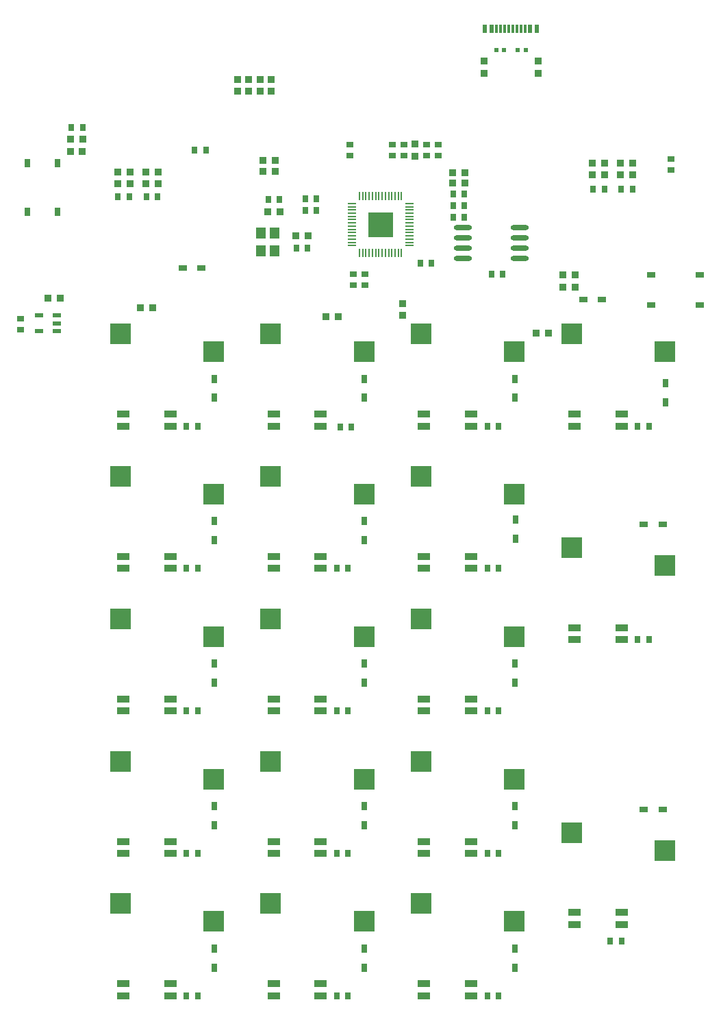
<source format=gbp>
G04 #@! TF.GenerationSoftware,KiCad,Pcbnew,8.0.7*
G04 #@! TF.CreationDate,2025-01-13T19:24:39-05:00*
G04 #@! TF.ProjectId,numpad,6e756d70-6164-42e6-9b69-6361645f7063,rev?*
G04 #@! TF.SameCoordinates,Original*
G04 #@! TF.FileFunction,Paste,Bot*
G04 #@! TF.FilePolarity,Positive*
%FSLAX46Y46*%
G04 Gerber Fmt 4.6, Leading zero omitted, Abs format (unit mm)*
G04 Created by KiCad (PCBNEW 8.0.7) date 2025-01-13 19:24:39*
%MOMM*%
%LPD*%
G01*
G04 APERTURE LIST*
%ADD10R,2.600000X2.600000*%
%ADD11R,0.860000X0.810000*%
%ADD12R,0.810000X0.860000*%
%ADD13R,1.000000X0.750000*%
%ADD14R,0.800000X0.900000*%
%ADD15R,1.500000X0.820000*%
%ADD16O,2.250000X0.630000*%
%ADD17R,0.750000X1.000000*%
%ADD18R,0.600000X0.600000*%
%ADD19R,0.550000X1.100000*%
%ADD20R,0.300000X1.100000*%
%ADD21R,0.900000X0.800000*%
%ADD22R,0.200000X1.100000*%
%ADD23R,1.100000X0.200000*%
%ADD24R,3.100000X3.100000*%
%ADD25R,1.200000X1.400000*%
%ADD26R,1.000000X0.600000*%
G04 APERTURE END LIST*
D10*
X96125000Y-76700000D03*
X107675000Y-78900000D03*
X114725000Y-76700000D03*
X126275000Y-78900000D03*
X58925000Y-76700000D03*
X70475000Y-78900000D03*
X77525000Y-147100000D03*
X89075000Y-149300000D03*
X96125000Y-94300000D03*
X107675000Y-96500000D03*
X114725000Y-138300000D03*
X126275000Y-140500000D03*
X77525000Y-111900000D03*
X89075000Y-114100000D03*
X77525000Y-76700000D03*
X89075000Y-78900000D03*
X114725000Y-103100000D03*
X126275000Y-105300000D03*
X96125000Y-147100000D03*
X107675000Y-149300000D03*
X58925000Y-129500000D03*
X70475000Y-131700000D03*
X96125000Y-111900000D03*
X107675000Y-114100000D03*
X77525000Y-94300000D03*
X89075000Y-96500000D03*
X96125000Y-129500000D03*
X107675000Y-131700000D03*
X77525000Y-129500000D03*
X89075000Y-131700000D03*
X58925000Y-147100000D03*
X70475000Y-149300000D03*
X58925000Y-111900000D03*
X70475000Y-114100000D03*
X58925000Y-94300000D03*
X70475000Y-96500000D03*
D11*
X76200000Y-45250000D03*
X76200000Y-46750000D03*
D12*
X117300000Y-57100000D03*
X118800000Y-57100000D03*
D11*
X74800000Y-46750000D03*
X74800000Y-45250000D03*
D13*
X123680000Y-135500000D03*
X126020000Y-135500000D03*
D14*
X67095000Y-123299000D03*
X68495000Y-123299000D03*
X85695000Y-123299000D03*
X87095000Y-123299000D03*
D15*
X102300000Y-123300000D03*
X102300000Y-121800000D03*
X96500000Y-121800000D03*
X96500000Y-123300000D03*
D12*
X62100000Y-56700000D03*
X63600000Y-56700000D03*
D15*
X83700000Y-88100000D03*
X83700000Y-86600000D03*
X77900000Y-86600000D03*
X77900000Y-88100000D03*
D14*
X52895000Y-51199000D03*
X54295000Y-51199000D03*
D16*
X101270000Y-67410000D03*
X101270000Y-66130000D03*
X101270000Y-64870000D03*
X101270000Y-63600000D03*
X108330000Y-63600000D03*
X108330000Y-64870000D03*
X108330000Y-66130000D03*
X108330000Y-67410000D03*
D17*
X107725000Y-154989000D03*
X107725000Y-152649000D03*
D15*
X102300000Y-140900000D03*
X102300000Y-139400000D03*
X96500000Y-139400000D03*
X96500000Y-140900000D03*
D12*
X82150000Y-64600000D03*
X80650000Y-64600000D03*
D11*
X93800000Y-72950000D03*
X93800000Y-74450000D03*
D12*
X120800000Y-55600000D03*
X122300000Y-55600000D03*
D14*
X104295000Y-140899000D03*
X105695000Y-140899000D03*
X122895000Y-88099000D03*
X124295000Y-88099000D03*
D18*
X105395000Y-41649000D03*
X106395000Y-41649000D03*
D14*
X104295000Y-158499000D03*
X105695000Y-158499000D03*
X85695000Y-140899000D03*
X87095000Y-140899000D03*
D15*
X65100000Y-158500000D03*
X65100000Y-157000000D03*
X59300000Y-157000000D03*
X59300000Y-158500000D03*
D19*
X104025000Y-38999000D03*
X104825000Y-38999000D03*
D20*
X105475000Y-38999000D03*
X105975000Y-38999000D03*
X106475000Y-38999000D03*
X106975000Y-38999000D03*
X107475000Y-38999000D03*
X107975000Y-38999000D03*
X108475000Y-38999000D03*
X108975000Y-38999000D03*
D19*
X109625000Y-38999000D03*
X110425000Y-38999000D03*
D13*
X116160000Y-72500000D03*
X118500000Y-72500000D03*
D14*
X78600000Y-60100000D03*
X77200000Y-60100000D03*
D21*
X89200000Y-69300000D03*
X89200000Y-70700000D03*
D11*
X110595000Y-44499000D03*
X110595000Y-42999000D03*
D15*
X120900000Y-88100000D03*
X120900000Y-86600000D03*
X115100000Y-86600000D03*
X115100000Y-88100000D03*
D12*
X110350000Y-76600000D03*
X111850000Y-76600000D03*
D21*
X98200000Y-54700000D03*
X98200000Y-53300000D03*
D12*
X78650000Y-61600000D03*
X77150000Y-61600000D03*
D11*
X103895000Y-42999000D03*
X103895000Y-44499000D03*
D17*
X107725000Y-84589000D03*
X107725000Y-82249000D03*
D12*
X63600000Y-58200000D03*
X62100000Y-58200000D03*
D14*
X85695000Y-158499000D03*
X87095000Y-158499000D03*
D17*
X89125000Y-154989000D03*
X89125000Y-152649000D03*
D11*
X73400000Y-45250000D03*
X73400000Y-46750000D03*
D15*
X120900000Y-114500000D03*
X120900000Y-113000000D03*
X115100000Y-113000000D03*
X115100000Y-114500000D03*
D17*
X107825000Y-101989000D03*
X107825000Y-99649000D03*
D13*
X68970000Y-68600000D03*
X66630000Y-68600000D03*
D12*
X78050000Y-56600000D03*
X76550000Y-56600000D03*
D17*
X70525000Y-102189000D03*
X70525000Y-99849000D03*
D12*
X85850000Y-74600000D03*
X84350000Y-74600000D03*
D14*
X60050000Y-59800000D03*
X58650000Y-59800000D03*
D12*
X118800000Y-55600000D03*
X117300000Y-55600000D03*
D15*
X65100000Y-88100000D03*
X65100000Y-86600000D03*
X59300000Y-86600000D03*
X59300000Y-88100000D03*
D14*
X101495000Y-59469000D03*
X100095000Y-59469000D03*
D17*
X70525000Y-154989000D03*
X70525000Y-152649000D03*
D12*
X52795000Y-52699000D03*
X54295000Y-52699000D03*
D14*
X85695000Y-105699000D03*
X87095000Y-105699000D03*
X104295000Y-88099000D03*
X105695000Y-88099000D03*
D17*
X89125000Y-102189000D03*
X89125000Y-99849000D03*
D21*
X46625000Y-76219000D03*
X46625000Y-74819000D03*
D14*
X100095000Y-60869000D03*
X101495000Y-60869000D03*
D17*
X89125000Y-119789000D03*
X89125000Y-117449000D03*
D14*
X68100000Y-54000000D03*
X69500000Y-54000000D03*
X118800000Y-58850000D03*
X117400000Y-58850000D03*
D17*
X107725000Y-119789000D03*
X107725000Y-117449000D03*
D14*
X81800000Y-60000000D03*
X83200000Y-60000000D03*
D17*
X70525000Y-119789000D03*
X70525000Y-117449000D03*
D12*
X58600000Y-58200000D03*
X60100000Y-58200000D03*
X51475000Y-72319000D03*
X49975000Y-72319000D03*
D14*
X67095000Y-88099000D03*
X68495000Y-88099000D03*
D21*
X96800000Y-54700000D03*
X96800000Y-53300000D03*
D17*
X70525000Y-84589000D03*
X70525000Y-82249000D03*
D21*
X87700000Y-70700000D03*
X87700000Y-69300000D03*
D14*
X67095000Y-158499000D03*
X68495000Y-158499000D03*
D11*
X77600000Y-45250000D03*
X77600000Y-46750000D03*
D15*
X65100000Y-105700000D03*
X65100000Y-104200000D03*
X59300000Y-104200000D03*
X59300000Y-105700000D03*
D14*
X86095000Y-88199000D03*
X87495000Y-88199000D03*
X62150000Y-59800000D03*
X63550000Y-59800000D03*
D15*
X83700000Y-123300000D03*
X83700000Y-121800000D03*
X77900000Y-121800000D03*
X77900000Y-123300000D03*
D14*
X81800000Y-61500000D03*
X83200000Y-61500000D03*
X67095000Y-105699000D03*
X68495000Y-105699000D03*
X122895000Y-114499000D03*
X124295000Y-114499000D03*
X97400000Y-68000000D03*
X96000000Y-68000000D03*
D17*
X89081400Y-84589000D03*
X89081400Y-82249000D03*
D12*
X101550000Y-58069000D03*
X100050000Y-58069000D03*
D13*
X123680000Y-100250000D03*
X126020000Y-100250000D03*
D15*
X102300000Y-105700000D03*
X102300000Y-104200000D03*
X96500000Y-104200000D03*
X96500000Y-105700000D03*
D12*
X115150000Y-69450000D03*
X113650000Y-69450000D03*
D21*
X92600000Y-53300000D03*
X92600000Y-54700000D03*
D17*
X107725000Y-137389000D03*
X107725000Y-135049000D03*
D12*
X52745000Y-54199000D03*
X54245000Y-54199000D03*
D14*
X120850000Y-58850000D03*
X122250000Y-58850000D03*
D21*
X127000000Y-55100000D03*
X127000000Y-56500000D03*
D17*
X47445000Y-55599000D03*
X47445000Y-61599000D03*
X51145000Y-55599000D03*
X51145000Y-61599000D03*
D13*
X124600000Y-73150000D03*
X130600000Y-73150000D03*
X124600000Y-69450000D03*
X130600000Y-69450000D03*
D12*
X62950000Y-73500000D03*
X61450000Y-73500000D03*
D14*
X104800000Y-69300000D03*
X106200000Y-69300000D03*
D17*
X70525000Y-137389000D03*
X70525000Y-135049000D03*
D15*
X65100000Y-123300000D03*
X65100000Y-121800000D03*
X59300000Y-121800000D03*
X59300000Y-123300000D03*
D22*
X93700000Y-66750000D03*
X93300000Y-66750000D03*
X92900000Y-66750000D03*
X92500000Y-66750000D03*
X92100000Y-66750000D03*
X91700000Y-66750000D03*
X91300000Y-66750000D03*
X90900000Y-66750000D03*
X90500000Y-66750000D03*
X90100000Y-66750000D03*
X89700000Y-66750000D03*
X89300000Y-66750000D03*
X88900000Y-66750000D03*
X88500000Y-66750000D03*
D23*
X87550000Y-65800000D03*
X87550000Y-65400000D03*
X87550000Y-65000000D03*
X87550000Y-64600000D03*
X87550000Y-64200000D03*
X87550000Y-63800000D03*
X87550000Y-63400000D03*
X87550000Y-63000000D03*
X87550000Y-62600000D03*
X87550000Y-62200000D03*
X87550000Y-61800000D03*
X87550000Y-61400000D03*
X87550000Y-61000000D03*
X87550000Y-60600000D03*
D22*
X88500000Y-59650000D03*
X88900000Y-59650000D03*
X89300000Y-59650000D03*
X89700000Y-59650000D03*
X90100000Y-59650000D03*
X90500000Y-59650000D03*
X90900000Y-59650000D03*
X91300000Y-59650000D03*
X91700000Y-59650000D03*
X92100000Y-59650000D03*
X92500000Y-59650000D03*
X92900000Y-59650000D03*
X93300000Y-59650000D03*
X93700000Y-59650000D03*
D23*
X94650000Y-60600000D03*
X94650000Y-61000000D03*
X94650000Y-61400000D03*
X94650000Y-61800000D03*
X94650000Y-62200000D03*
X94650000Y-62600000D03*
X94650000Y-63000000D03*
X94650000Y-63400000D03*
X94650000Y-63800000D03*
X94650000Y-64200000D03*
X94650000Y-64600000D03*
X94650000Y-65000000D03*
X94650000Y-65400000D03*
X94650000Y-65800000D03*
D24*
X91100000Y-63200000D03*
D15*
X83700000Y-140900000D03*
X83700000Y-139400000D03*
X77900000Y-139400000D03*
X77900000Y-140900000D03*
D14*
X101495000Y-62269000D03*
X100095000Y-62269000D03*
D17*
X126350000Y-85170000D03*
X126350000Y-82830000D03*
D12*
X122300000Y-57100000D03*
X120800000Y-57100000D03*
D18*
X109095000Y-41649000D03*
X108095000Y-41649000D03*
D14*
X104295000Y-105699000D03*
X105695000Y-105699000D03*
D12*
X101550000Y-56769000D03*
X100050000Y-56769000D03*
D15*
X102300000Y-158500000D03*
X102300000Y-157000000D03*
X96500000Y-157000000D03*
X96500000Y-158500000D03*
X120900000Y-149700000D03*
X120900000Y-148200000D03*
X115100000Y-148200000D03*
X115100000Y-149700000D03*
D12*
X113650000Y-70950000D03*
X115150000Y-70950000D03*
D15*
X83700000Y-158500000D03*
X83700000Y-157000000D03*
X77900000Y-157000000D03*
X77900000Y-158500000D03*
D25*
X76335000Y-66485000D03*
X76335000Y-64285000D03*
X78035000Y-64285000D03*
X78035000Y-66485000D03*
D15*
X83700000Y-105700000D03*
X83700000Y-104200000D03*
X77900000Y-104200000D03*
X77900000Y-105700000D03*
D21*
X94000000Y-54700000D03*
X94000000Y-53300000D03*
D15*
X65100000Y-140900000D03*
X65100000Y-139400000D03*
X59300000Y-139400000D03*
X59300000Y-140900000D03*
D12*
X60100000Y-56700000D03*
X58600000Y-56700000D03*
X78050000Y-55300000D03*
X76550000Y-55300000D03*
D21*
X87295000Y-53299000D03*
X87295000Y-54699000D03*
D15*
X102300000Y-88100000D03*
X102300000Y-86600000D03*
X96500000Y-86600000D03*
X96500000Y-88100000D03*
D17*
X89125000Y-137389000D03*
X89125000Y-135049000D03*
D14*
X67095000Y-140899000D03*
X68495000Y-140899000D03*
D11*
X95400000Y-54750000D03*
X95400000Y-53250000D03*
D14*
X104295000Y-123299000D03*
X105695000Y-123299000D03*
D26*
X51095000Y-74449000D03*
X51095000Y-75399000D03*
X51095000Y-76349000D03*
X48895000Y-76349000D03*
X48895000Y-74449000D03*
D14*
X120895000Y-151699000D03*
X119495000Y-151699000D03*
X82100000Y-66100000D03*
X80700000Y-66100000D03*
M02*

</source>
